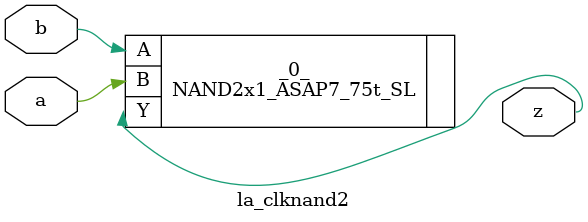
<source format=v>
/* Generated by Yosys 0.37 (git sha1 a5c7f69ed, clang 14.0.0-1ubuntu1.1 -fPIC -Os) */

module la_clknand2(a, b, z);
  input a;
  wire a;
  input b;
  wire b;
  output z;
  wire z;
  NAND2x1_ASAP7_75t_SL _0_ (
    .A(b),
    .B(a),
    .Y(z)
  );
endmodule

</source>
